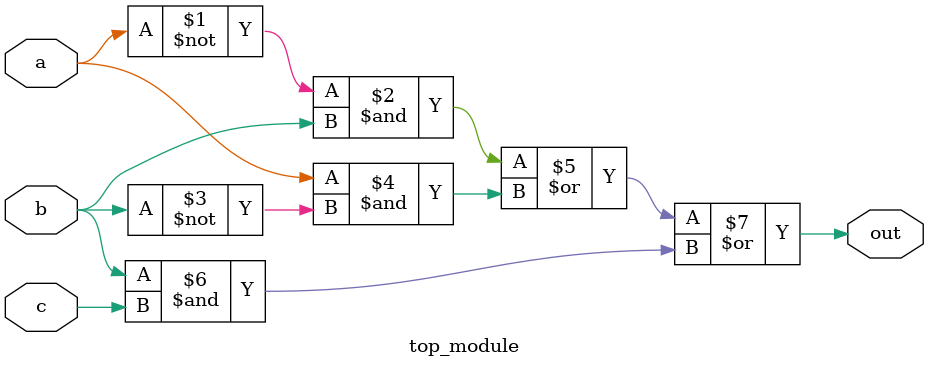
<source format=sv>
module top_module(
    input a, 
    input b,
    input c,
    output out
);
    assign out = (~a & b) | (a & ~b) | (b & c);
endmodule

</source>
